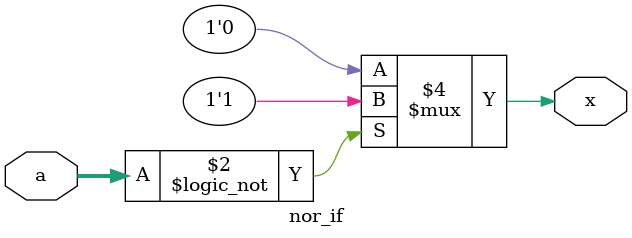
<source format=v>
`timescale 1ns/1ns

module nor_if(a,x);

input [3:0] a;
output x;
reg x;

always@(a)
begin
	if(a == 4'b0000)
		x = 1'b1;
	else
		x = 1'b0;
end

endmodule

</source>
